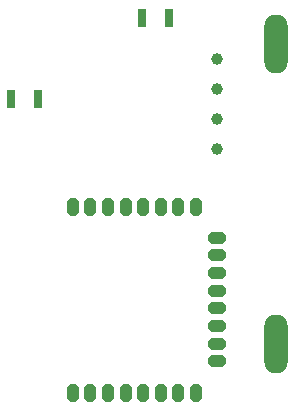
<source format=gbp>
G04*
G04 #@! TF.GenerationSoftware,Altium Limited,Altium NEXUS,1.0.9 (89)*
G04*
G04 Layer_Color=128*
%FSLAX42Y42*%
%MOMM*%
G71*
G01*
G75*
%ADD22R,0.75X1.52*%
%ADD23C,1.00*%
G04:AMPARAMS|DCode=24|XSize=1.52mm|YSize=1mm|CornerRadius=0mm|HoleSize=0mm|Usage=FLASHONLY|Rotation=90.000|XOffset=0mm|YOffset=0mm|HoleType=Round|Shape=Octagon|*
%AMOCTAGOND24*
4,1,8,0.25,0.76,-0.25,0.76,-0.50,0.51,-0.50,-0.51,-0.25,-0.76,0.25,-0.76,0.50,-0.51,0.50,0.51,0.25,0.76,0.0*
%
%ADD24OCTAGOND24*%

G04:AMPARAMS|DCode=25|XSize=1.52mm|YSize=1mm|CornerRadius=0mm|HoleSize=0mm|Usage=FLASHONLY|Rotation=0.000|XOffset=0mm|YOffset=0mm|HoleType=Round|Shape=Octagon|*
%AMOCTAGOND25*
4,1,8,0.76,-0.25,0.76,0.25,0.51,0.50,-0.51,0.50,-0.76,0.25,-0.76,-0.25,-0.51,-0.50,0.51,-0.50,0.76,-0.25,0.0*
%
%ADD25OCTAGOND25*%

%ADD26O,2.00X5.00*%
D22*
X8725Y9614D02*
D03*
X8496D02*
D03*
X7391Y8928D02*
D03*
X7620D02*
D03*
D23*
X9131Y9266D02*
D03*
Y9012D02*
D03*
Y8758D02*
D03*
Y8504D02*
D03*
D24*
X8953Y6439D02*
D03*
X8804D02*
D03*
X8953Y8014D02*
D03*
X8655Y6439D02*
D03*
X8506D02*
D03*
X8357D02*
D03*
X8207D02*
D03*
X8058D02*
D03*
X7909D02*
D03*
Y8014D02*
D03*
X8058D02*
D03*
X8207D02*
D03*
X8357D02*
D03*
X8506D02*
D03*
X8655D02*
D03*
X8804D02*
D03*
D25*
X9131Y6710D02*
D03*
Y7754D02*
D03*
Y7605D02*
D03*
Y7456D02*
D03*
Y7307D02*
D03*
Y7158D02*
D03*
Y7008D02*
D03*
Y6859D02*
D03*
D26*
X9627Y9398D02*
D03*
Y6858D02*
D03*
M02*

</source>
